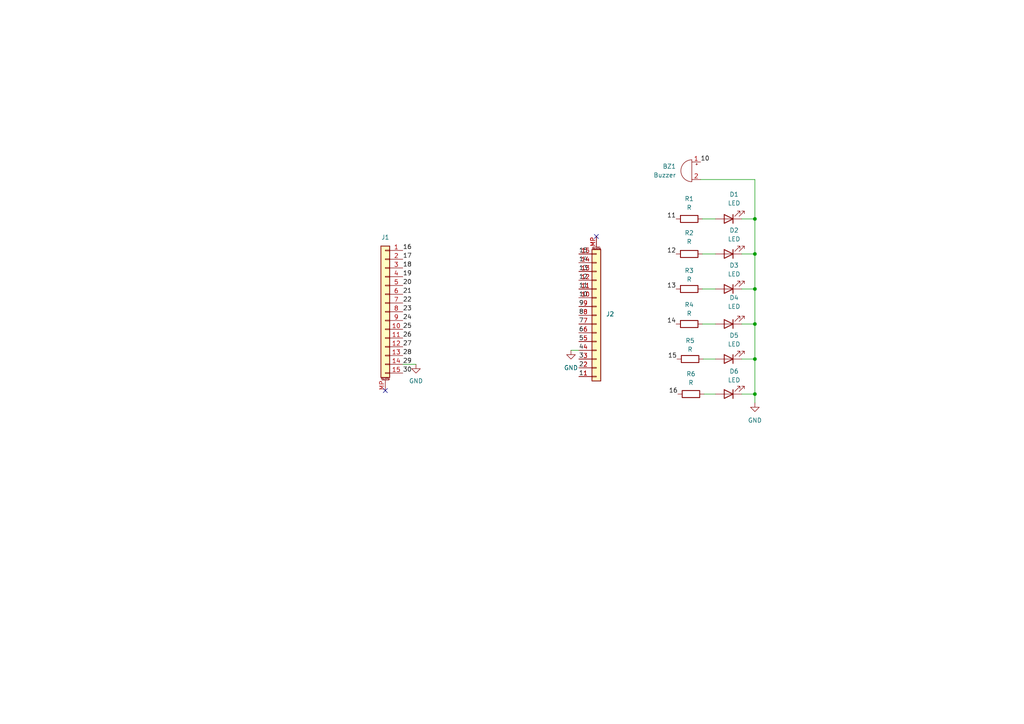
<source format=kicad_sch>
(kicad_sch (version 20230121) (generator eeschema)
  (paper "A4")
  (lib_symbols
    (symbol "Connector_Generic_MountingPin:Conn_01x15_MountingPin" (pin_names (offset 1.016) hide)
      (property "Reference" "J" (at 0 20.32 0))
      (property "Value" "Conn_01x15_MountingPin" (at 1.27 -20.32 0))
      (symbol "Conn_01x15_MountingPin_1_1"
        (rectangle (start -1.27 -17.653) (end 0 -17.907) (stroke (width 0.1524)))
        (rectangle (start -1.27 -15.113) (end 0 -15.367) (stroke (width 0.1524)))
        (rectangle (start -1.27 -12.573) (end 0 -12.827) (stroke (width 0.1524)))
        (rectangle (start -1.27 -10.033) (end 0 -10.287) (stroke (width 0.1524)))
        (rectangle (start -1.27 -7.493) (end 0 -7.747) (stroke (width 0.1524)))
        (rectangle (start -1.27 -4.953) (end 0 -5.207) (stroke (width 0.1524)))
        (rectangle (start -1.27 -2.413) (end 0 -2.667) (stroke (width 0.1524)))
        (rectangle (start -1.27 0.127) (end 0 -0.127) (stroke (width 0.1524)))
        (rectangle (start -1.27 2.667) (end 0 2.413) (stroke (width 0.1524)))
        (rectangle (start -1.27 5.207) (end 0 4.953) (stroke (width 0.1524)))
        (rectangle (start -1.27 7.747) (end 0 7.493) (stroke (width 0.1524)))
        (rectangle (start -1.27 10.287) (end 0 10.033) (stroke (width 0.1524)))
        (rectangle (start -1.27 12.827) (end 0 12.573) (stroke (width 0.1524)))
        (rectangle (start -1.27 15.367) (end 0 15.113) (stroke (width 0.1524)))
        (rectangle (start -1.27 17.907) (end 0 17.653) (stroke (width 0.1524)))
        (rectangle (start -1.27 19.05) (end 1.27 -19.05) (stroke (width 0.254)) (fill (type background)))
        (polyline (pts (xy -1.016 -19.812) (xy 1.016 -19.812)) (stroke (width 0.1524)))
        (text "Mounting" (at 0 -19.431 0) (effects (font (size 0.381 0.381))))
        (pin passive line (at -5.08 17.78 0) (length 3.81) (name "Pin_1") (number "1"))
        (pin passive line (at -5.08 -5.08 0) (length 3.81) (name "Pin_10") (number "10"))
        (pin passive line (at -5.08 -7.62 0) (length 3.81) (name "Pin_11") (number "11"))
        (pin passive line (at -5.08 -10.16 0) (length 3.81) (name "Pin_12") (number "12"))
        (pin passive line (at -5.08 -12.7 0) (length 3.81) (name "Pin_13") (number "13"))
        (pin passive line (at -5.08 -15.24 0) (length 3.81) (name "Pin_14") (number "14"))
        (pin passive line (at -5.08 -17.78 0) (length 3.81) (name "Pin_15") (number "15"))
        (pin passive line (at -5.08 15.24 0) (length 3.81) (name "Pin_2") (number "2"))
        (pin passive line (at -5.08 12.7 0) (length 3.81) (name "Pin_3") (number "3"))
        (pin passive line (at -5.08 10.16 0) (length 3.81) (name "Pin_4") (number "4"))
        (pin passive line (at -5.08 7.62 0) (length 3.81) (name "Pin_5") (number "5"))
        (pin passive line (at -5.08 5.08 0) (length 3.81) (name "Pin_6") (number "6"))
        (pin passive line (at -5.08 2.54 0) (length 3.81) (name "Pin_7") (number "7"))
        (pin passive line (at -5.08 0 0) (length 3.81) (name "Pin_8") (number "8"))
        (pin passive line (at -5.08 -2.54 0) (length 3.81) (name "Pin_9") (number "9"))
        (pin passive line (at 0 -22.86 90) (length 3.048) (name "MountPin") (number "MP"))
      )
    )
    (symbol "Device:Buzzer" (pin_names (offset 0.0254) hide)
      (property "Reference" "BZ" (at 3.81 1.27 0))
      (property "Value" "Buzzer" (at 3.81 -1.27 0))
      (symbol "Buzzer_0_1"
        (arc (start 0 -3.175) (mid 3.1612 0) (end 0 3.175))
        (polyline (pts (xy -1.651 1.905) (xy -1.143 1.905)))
        (polyline (pts (xy -1.397 2.159) (xy -1.397 1.651)))
        (polyline (pts (xy 0 3.175) (xy 0 -3.175)))
      )
      (symbol "Buzzer_1_1"
        (pin passive line (at -2.54 2.54 0) (length 2.54) (name "-") (number "1"))
        (pin passive line (at -2.54 -2.54 0) (length 2.54) (name "+") (number "2"))
      )
    )
    (symbol "Device:LED" (pin_numbers hide) (pin_names (offset 1.016) hide)
      (property "Reference" "D" (at 0 2.54 0))
      (property "Value" "LED" (at 0 -2.54 0))
      (symbol "LED_0_1"
        (polyline (pts (xy -1.27 -1.27) (xy -1.27 1.27)) (stroke (width 0.254)))
        (polyline (pts (xy -1.27 0) (xy 1.27 0)))
        (polyline (pts (xy 1.27 -1.27) (xy 1.27 1.27) (xy -1.27 0) (xy 1.27 -1.27)) (stroke (width 0.254)))
        (polyline (pts (xy -3.048 -0.762) (xy -4.572 -2.286) (xy -3.81 -2.286) (xy -4.572 -2.286) (xy -4.572 -1.524)))
        (polyline (pts (xy -1.778 -0.762) (xy -3.302 -2.286) (xy -2.54 -2.286) (xy -3.302 -2.286) (xy -3.302 -1.524)))
      )
      (symbol "LED_1_1"
        (pin passive line (at -3.81 0 0) (length 2.54) (name "K") (number "1"))
        (pin passive line (at 3.81 0 180) (length 2.54) (name "A") (number "2"))
      )
    )
    (symbol "Device:R" (pin_numbers hide) (pin_names (offset 0))
      (property "Reference" "R" (at 2.032 0 90))
      (property "Value" "R" (at 0 0 90))
      (symbol "R_0_1"
        (rectangle (start -1.016 -2.54) (end 1.016 2.54) (stroke (width 0.254)))
      )
      (symbol "R_1_1"
        (pin passive line (at 0 3.81 270) (length 1.27) (name "~") (number "1"))
        (pin passive line (at 0 -3.81 90) (length 1.27) (name "~") (number "2"))
      )
    )
    (symbol "power:GND" (power) (pin_names (offset 0))
      (property "Value" "GND" (at 0 -3.81 0))
      (symbol "GND_0_1"
        (polyline (pts (xy 0 0) (xy 0 -1.27) (xy 1.27 -1.27) (xy 0 -2.54) (xy -1.27 -1.27) (xy 0 -1.27)))
      )
      (symbol "GND_1_1"
        (pin power_in line (at 0 0 270) (length 0) hide (name "GND") (number "1"))
      )
    )
  )
  (junction (at 218.948 63.5))
  (junction (at 218.948 83.82))
  (junction (at 218.948 114.3))
  (junction (at 218.948 73.66))
  (junction (at 218.948 104.14))
  (junction (at 218.948 93.98))
  (no_connect (at 172.974 68.58))
  (no_connect (at 111.76 113.284))
  (wire (pts (xy 165.608 101.6) (xy 167.894 101.6)))
  (wire (pts (xy 218.948 83.82) (xy 218.948 93.98)))
  (wire (pts (xy 218.948 116.84) (xy 218.948 114.3)))
  (wire (pts (xy 218.948 52.07) (xy 218.948 63.5)))
  (wire (pts (xy 215.138 83.82) (xy 218.948 83.82)))
  (wire (pts (xy 204.216 114.3) (xy 207.518 114.3)))
  (wire (pts (xy 218.948 114.3) (xy 215.138 114.3)))
  (wire (pts (xy 203.708 73.66) (xy 207.518 73.66)))
  (wire (pts (xy 203.708 63.5) (xy 207.518 63.5)))
  (wire (pts (xy 203.962 104.14) (xy 207.518 104.14)))
  (wire (pts (xy 203.2 52.07) (xy 218.948 52.07)))
  (wire (pts (xy 120.65 105.664) (xy 116.84 105.664)))
  (wire (pts (xy 215.138 73.66) (xy 218.948 73.66)))
  (wire (pts (xy 215.138 104.14) (xy 218.948 104.14)))
  (wire (pts (xy 203.708 83.82) (xy 207.518 83.82)))
  (wire (pts (xy 218.948 104.14) (xy 218.948 114.3)))
  (wire (pts (xy 215.138 63.5) (xy 218.948 63.5)))
  (wire (pts (xy 218.948 63.5) (xy 218.948 73.66)))
  (wire (pts (xy 215.138 93.98) (xy 218.948 93.98)))
  (wire (pts (xy 218.948 93.98) (xy 218.948 104.14)))
  (wire (pts (xy 218.948 73.66) (xy 218.948 83.82)))
  (wire (pts (xy 203.708 93.98) (xy 207.518 93.98)))
  (label "25" (at 116.84 95.504 0))
  (label "12" (at 167.894 81.28 0))
  (label "11" (at 196.088 63.5 180))
  (label "16" (at 196.596 114.3 180))
  (label "22" (at 116.84 87.884 0))
  (label "15" (at 196.342 104.14 180))
  (label "26" (at 116.84 98.044 0))
  (label "16" (at 116.84 72.644 0))
  (label "14" (at 167.894 76.2 0))
  (label "3" (at 167.894 104.14 0))
  (label "8" (at 167.894 91.44 0))
  (label "4" (at 167.894 101.6 0))
  (label "24" (at 116.84 92.964 0))
  (label "15" (at 167.894 73.66 0))
  (label "5" (at 167.894 99.06 0))
  (label "28" (at 116.84 103.124 0))
  (label "1" (at 167.894 109.22 0))
  (label "6" (at 167.894 96.52 0))
  (label "23" (at 116.84 90.424 0))
  (label "20" (at 116.84 82.804 0))
  (label "29" (at 116.84 105.664 0))
  (label "19" (at 116.84 80.264 0))
  (label "11" (at 167.894 83.82 0))
  (label "12" (at 196.088 73.66 180))
  (label "2" (at 167.894 106.68 0))
  (label "13" (at 196.088 83.82 180))
  (label "21" (at 116.84 85.344 0))
  (label "13" (at 167.894 78.74 0))
  (label "27" (at 116.84 100.584 0))
  (label "10" (at 203.2 46.99 0))
  (label "7" (at 167.894 93.98 0))
  (label "18" (at 116.84 77.724 0))
  (label "17" (at 116.84 75.184 0))
  (label "10" (at 167.894 86.36 0))
  (label "14" (at 196.088 93.98 180))
  (label "30" (at 116.84 108.204 0))
  (label "9" (at 167.894 88.9 0))
  (symbol (lib_id "Device:R") (at 199.898 93.98 90) (unit 1)
    (property "Reference" "R4" (at 199.898 88.392 90))
    (property "Value" "R" (at 199.898 90.932 90))
    (property "Footprint" "Resistor_THT:R_Axial_DIN0204_L3.6mm_D1.6mm_P5.08mm_Horizontal" (effects hide))
  )
  (symbol (lib_id "Device:R") (at 200.406 114.3 90) (unit 1)
    (property "Reference" "R6" (at 200.406 108.458 90))
    (property "Value" "R" (at 200.406 110.998 90))
    (property "Footprint" "Resistor_THT:R_Axial_DIN0204_L3.6mm_D1.6mm_P5.08mm_Horizontal" (effects hide))
  )
  (symbol (lib_id "Device:LED") (at 211.328 114.3 180) (unit 1)
    (property "Reference" "D6" (at 212.9155 107.696 0))
    (property "Value" "LED" (at 212.9155 110.236 0))
    (property "Footprint" "LED_THT:LED_D5.0mm" (effects hide))
  )
  (symbol (lib_id "Device:R") (at 199.898 63.5 90) (unit 1)
    (property "Reference" "R1" (at 199.898 57.658 90))
    (property "Value" "R" (at 199.898 60.198 90))
    (property "Footprint" "Resistor_THT:R_Axial_DIN0204_L3.6mm_D1.6mm_P5.08mm_Horizontal" (effects hide))
  )
  (symbol (lib_id "Connector_Generic_MountingPin:Conn_01x15_MountingPin") (at 172.974 91.44 0) (mirror x) (unit 1)
    (property "Reference" "J2" (at 175.768 91.0844 0) (effects (justify left)))
    (property "Value" "Conn_01x15_MountingPin" (effects hide))
    (property "Footprint" "Connector_PinHeader_2.54mm:PinHeader_1x15_P2.54mm_Vertical" (effects hide))
  )
  (symbol (lib_id "power:GND") (at 218.948 116.84 0) (unit 1)
    (property "Reference" "#PWR04" (effects hide))
    (property "Value" "GND" (at 218.948 121.92 0))
  )
  (symbol (lib_id "Device:R") (at 199.898 83.82 90) (unit 1)
    (property "Reference" "R3" (at 199.898 78.486 90))
    (property "Value" "R" (at 199.898 81.026 90))
    (property "Footprint" "Resistor_THT:R_Axial_DIN0204_L3.6mm_D1.6mm_P5.08mm_Horizontal" (effects hide))
  )
  (symbol (lib_id "power:GND") (at 120.65 105.664 0) (unit 1)
    (property "Reference" "#PWR02" (effects hide))
    (property "Value" "GND" (at 120.65 110.49 0))
  )
  (symbol (lib_id "Connector_Generic_MountingPin:Conn_01x15_MountingPin") (at 111.76 90.424 0) (mirror y) (unit 1)
    (property "Reference" "J1" (at 111.76 68.834 0))
    (property "Value" "Conn_01x15_MountingPin" (effects hide))
    (property "Footprint" "Connector_PinHeader_2.54mm:PinHeader_1x15_P2.54mm_Vertical" (effects hide))
  )
  (symbol (lib_id "Device:R") (at 200.152 104.14 90) (unit 1)
    (property "Reference" "R5" (at 200.152 98.806 90))
    (property "Value" "R" (at 200.152 101.346 90))
    (property "Footprint" "Resistor_THT:R_Axial_DIN0204_L3.6mm_D1.6mm_P5.08mm_Horizontal" (effects hide))
  )
  (symbol (lib_id "Device:LED") (at 211.328 83.82 180) (unit 1)
    (property "Reference" "D3" (at 212.9155 76.962 0))
    (property "Value" "LED" (at 212.9155 79.502 0))
    (property "Footprint" "LED_THT:LED_D5.0mm" (effects hide))
  )
  (symbol (lib_id "Device:LED") (at 211.328 63.5 180) (unit 1)
    (property "Reference" "D1" (at 212.9155 56.388 0))
    (property "Value" "LED" (at 212.9155 58.928 0))
    (property "Footprint" "LED_THT:LED_D5.0mm" (effects hide))
  )
  (symbol (lib_id "Device:LED") (at 211.328 93.98 180) (unit 1)
    (property "Reference" "D4" (at 212.9155 86.36 0))
    (property "Value" "LED" (at 212.9155 88.9 0))
    (property "Footprint" "LED_THT:LED_D5.0mm" (effects hide))
  )
  (symbol (lib_id "Device:LED") (at 211.328 104.14 180) (unit 1)
    (property "Reference" "D5" (at 212.9155 97.282 0))
    (property "Value" "LED" (at 212.9155 99.822 0))
    (property "Footprint" "LED_THT:LED_D5.0mm" (effects hide))
  )
  (symbol (lib_id "Device:Buzzer") (at 200.66 49.53 0) (mirror y) (unit 1)
    (property "Reference" "BZ1" (at 196.088 48.26 0) (effects (justify left)))
    (property "Value" "Buzzer" (at 196.088 50.8 0) (effects (justify left)))
    (property "Footprint" "Buzzer_Beeper:Buzzer_12x9.5RM7.6" (effects hide))
  )
  (symbol (lib_id "power:GND") (at 165.608 101.6 0) (unit 1)
    (property "Reference" "#PWR01" (effects hide))
    (property "Value" "GND" (at 165.608 106.68 0))
  )
  (symbol (lib_id "Device:R") (at 199.898 73.66 90) (unit 1)
    (property "Reference" "R2" (at 199.898 67.564 90))
    (property "Value" "R" (at 199.898 70.104 90))
    (property "Footprint" "Resistor_THT:R_Axial_DIN0204_L3.6mm_D1.6mm_P5.08mm_Horizontal" (effects hide))
  )
  (symbol (lib_id "Device:LED") (at 211.328 73.66 180) (unit 1)
    (property "Reference" "D2" (at 212.9155 66.802 0))
    (property "Value" "LED" (at 212.9155 69.342 0))
    (property "Footprint" "LED_THT:LED_D5.0mm" (effects hide))
  )
)
</source>
